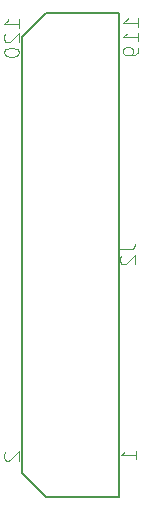
<source format=gbo>
G04 #@! TF.GenerationSoftware,KiCad,Pcbnew,(5.1.10)-1*
G04 #@! TF.CreationDate,2021-09-09T21:29:34+03:00*
G04 #@! TF.ProjectId,Jetson_camera_interposer,4a657473-6f6e-45f6-9361-6d6572615f69,rev?*
G04 #@! TF.SameCoordinates,Original*
G04 #@! TF.FileFunction,Legend,Bot*
G04 #@! TF.FilePolarity,Positive*
%FSLAX46Y46*%
G04 Gerber Fmt 4.6, Leading zero omitted, Abs format (unit mm)*
G04 Created by KiCad (PCBNEW (5.1.10)-1) date 2021-09-09 21:29:34*
%MOMM*%
%LPD*%
G01*
G04 APERTURE LIST*
%ADD10C,0.127000*%
%ADD11C,0.101600*%
G04 APERTURE END LIST*
D10*
X117901960Y-123997800D02*
X124099560Y-123997800D01*
X115900440Y-121998820D02*
X117901960Y-123997800D01*
X115900440Y-85001180D02*
X115900440Y-121998820D01*
X117901960Y-83002200D02*
X115900440Y-85001180D01*
X124099560Y-83002200D02*
X117901960Y-83002200D01*
X124099560Y-123997800D02*
X124099560Y-83002200D01*
D11*
X124204183Y-103013166D02*
X125111326Y-103013166D01*
X125292755Y-102952690D01*
X125413707Y-102831738D01*
X125474183Y-102650309D01*
X125474183Y-102529357D01*
X124325136Y-103557452D02*
X124264660Y-103617928D01*
X124204183Y-103738880D01*
X124204183Y-104041261D01*
X124264660Y-104162214D01*
X124325136Y-104222690D01*
X124446088Y-104283166D01*
X124567040Y-104283166D01*
X124748469Y-104222690D01*
X125474183Y-103496976D01*
X125474183Y-104283166D01*
X125552923Y-120797037D02*
X125552923Y-120071322D01*
X125552923Y-120434180D02*
X124282923Y-120434180D01*
X124464352Y-120313227D01*
X124585304Y-120192275D01*
X124645780Y-120071322D01*
X114505496Y-120175462D02*
X114445020Y-120235939D01*
X114384543Y-120356891D01*
X114384543Y-120659272D01*
X114445020Y-120780224D01*
X114505496Y-120840700D01*
X114626448Y-120901177D01*
X114747400Y-120901177D01*
X114928829Y-120840700D01*
X115654543Y-120114986D01*
X115654543Y-120901177D01*
X115654543Y-84284053D02*
X115654543Y-83558339D01*
X115654543Y-83921196D02*
X114384543Y-83921196D01*
X114565972Y-83800243D01*
X114686924Y-83679291D01*
X114747400Y-83558339D01*
X114505496Y-84767862D02*
X114445020Y-84828339D01*
X114384543Y-84949291D01*
X114384543Y-85251672D01*
X114445020Y-85372624D01*
X114505496Y-85433100D01*
X114626448Y-85493577D01*
X114747400Y-85493577D01*
X114928829Y-85433100D01*
X115654543Y-84707386D01*
X115654543Y-85493577D01*
X114384543Y-86279767D02*
X114384543Y-86400720D01*
X114445020Y-86521672D01*
X114505496Y-86582148D01*
X114626448Y-86642624D01*
X114868353Y-86703100D01*
X115170734Y-86703100D01*
X115412639Y-86642624D01*
X115533591Y-86582148D01*
X115594067Y-86521672D01*
X115654543Y-86400720D01*
X115654543Y-86279767D01*
X115594067Y-86158815D01*
X115533591Y-86098339D01*
X115412639Y-86037862D01*
X115170734Y-85977386D01*
X114868353Y-85977386D01*
X114626448Y-86037862D01*
X114505496Y-86098339D01*
X114445020Y-86158815D01*
X114384543Y-86279767D01*
X125753583Y-84179913D02*
X125753583Y-83454199D01*
X125753583Y-83817056D02*
X124483583Y-83817056D01*
X124665012Y-83696103D01*
X124785964Y-83575151D01*
X124846440Y-83454199D01*
X125753583Y-85389437D02*
X125753583Y-84663722D01*
X125753583Y-85026580D02*
X124483583Y-85026580D01*
X124665012Y-84905627D01*
X124785964Y-84784675D01*
X124846440Y-84663722D01*
X125753583Y-85994199D02*
X125753583Y-86236103D01*
X125693107Y-86357056D01*
X125632631Y-86417532D01*
X125451202Y-86538484D01*
X125209298Y-86598960D01*
X124725488Y-86598960D01*
X124604536Y-86538484D01*
X124544060Y-86478008D01*
X124483583Y-86357056D01*
X124483583Y-86115151D01*
X124544060Y-85994199D01*
X124604536Y-85933722D01*
X124725488Y-85873246D01*
X125027869Y-85873246D01*
X125148821Y-85933722D01*
X125209298Y-85994199D01*
X125269774Y-86115151D01*
X125269774Y-86357056D01*
X125209298Y-86478008D01*
X125148821Y-86538484D01*
X125027869Y-86598960D01*
M02*

</source>
